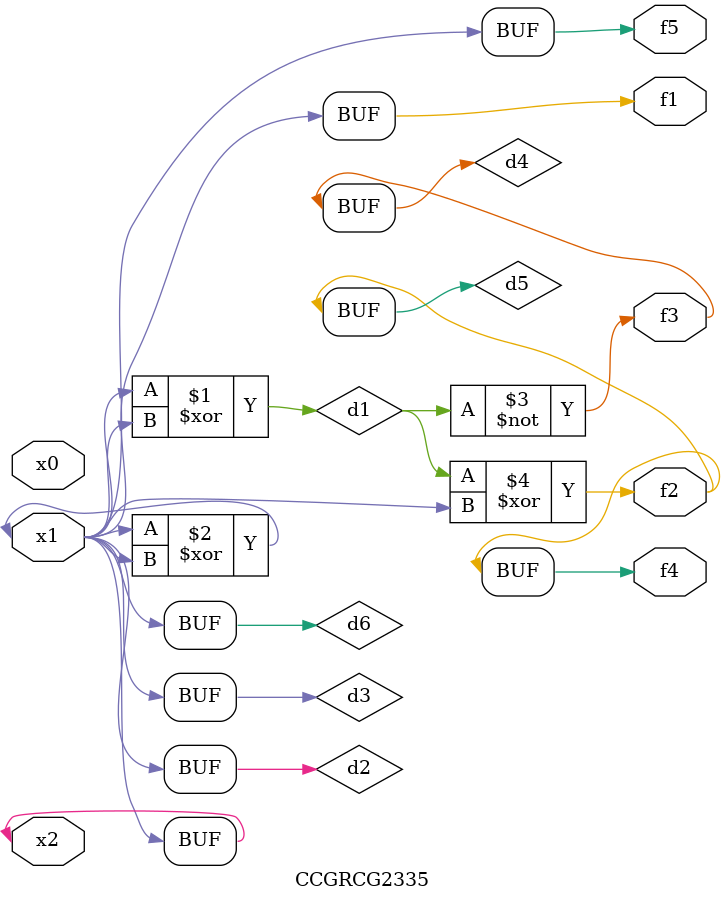
<source format=v>
module CCGRCG2335(
	input x0, x1, x2,
	output f1, f2, f3, f4, f5
);

	wire d1, d2, d3, d4, d5, d6;

	xor (d1, x1, x2);
	buf (d2, x1, x2);
	xor (d3, x1, x2);
	nor (d4, d1);
	xor (d5, d1, d2);
	buf (d6, d2, d3);
	assign f1 = d6;
	assign f2 = d5;
	assign f3 = d4;
	assign f4 = d5;
	assign f5 = d6;
endmodule

</source>
